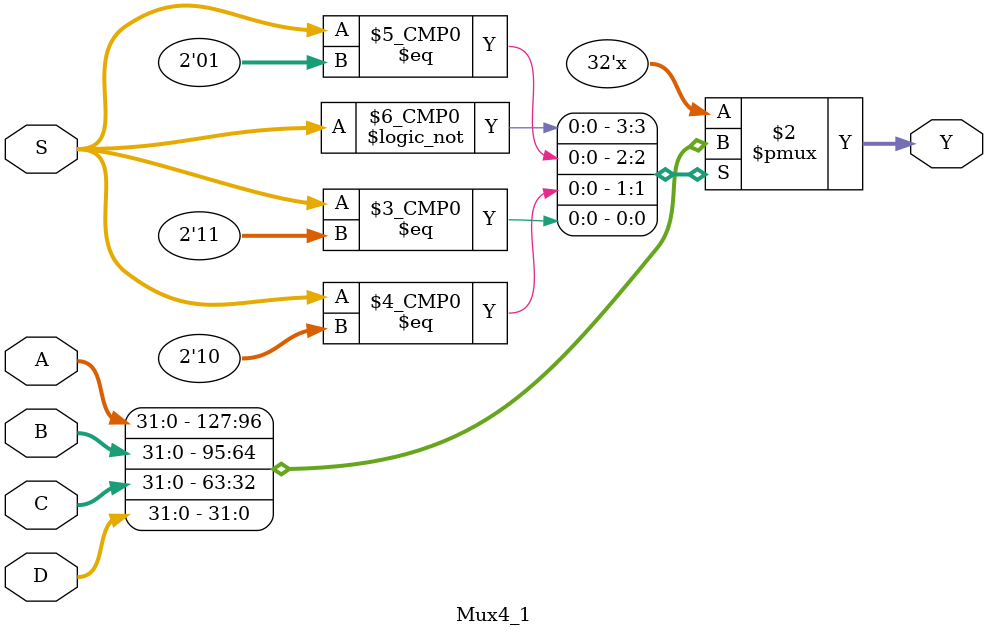
<source format=v>
`timescale 1ns / 1ps

module Mux4_1 #(parameter n=32)(
    input [n-1:0] A,
    input [n-1:0] B,
    input [n-1:0] C,
    input [n-1:0] D,
    
    input [1:0] S,
    output reg [n-1:0] Y
    );
    
    always@(A,B,C,D,S)
    begin
    case(S)
    2'b00: Y=A;
    2'b01: Y=B;
    2'b10: Y=C;
    2'b11: Y=D;
    endcase
    end
    
endmodule
</source>
